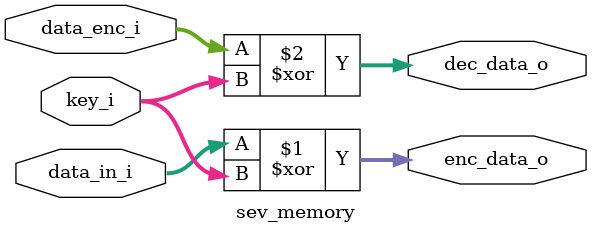
<source format=sv>


(* clock_gating_cell = "yes" *)
module sev_memory (
    input  logic [63:0] key_i,
    input  logic [63:0] data_in_i,
    output logic [63:0] enc_data_o,
    input  logic [63:0] data_enc_i,
    output logic [63:0] dec_data_o
);

    assign enc_data_o = data_in_i ^ key_i;
    assign dec_data_o = data_enc_i ^ key_i;

endmodule

</source>
